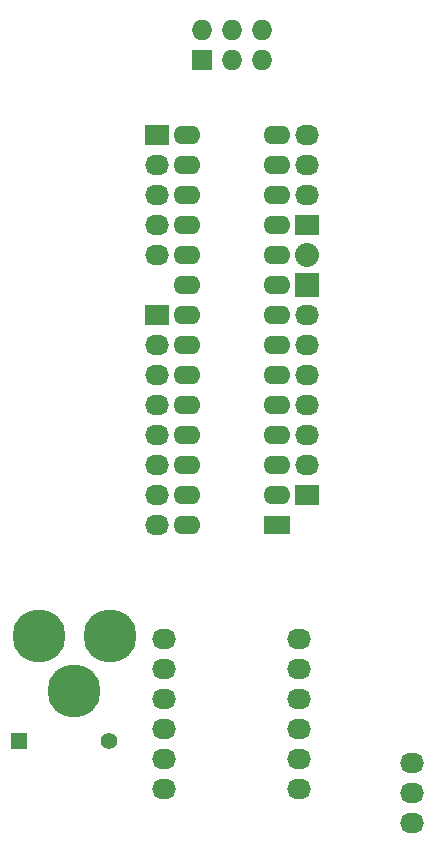
<source format=gbs>
G04 #@! TF.FileFunction,Soldermask,Bot*
%FSLAX46Y46*%
G04 Gerber Fmt 4.6, Leading zero omitted, Abs format (unit mm)*
G04 Created by KiCad (PCBNEW (2015-04-22 BZR 5620)-product) date 05/08/2015 09:39:25*
%MOMM*%
G01*
G04 APERTURE LIST*
%ADD10C,0.100000*%
%ADD11O,2.286000X1.574800*%
%ADD12R,2.286000X1.574800*%
%ADD13R,2.032000X1.727200*%
%ADD14O,2.032000X1.727200*%
%ADD15R,2.032000X2.032000*%
%ADD16O,2.032000X2.032000*%
%ADD17R,1.727200X1.727200*%
%ADD18O,1.727200X1.727200*%
%ADD19R,1.397000X1.397000*%
%ADD20C,1.397000*%
%ADD21C,4.500000*%
G04 APERTURE END LIST*
D10*
D11*
X212090000Y-91440000D03*
X212090000Y-88900000D03*
X212090000Y-86360000D03*
X212090000Y-83820000D03*
X212090000Y-81280000D03*
X212090000Y-78740000D03*
X212090000Y-76200000D03*
X212090000Y-73660000D03*
X212090000Y-71120000D03*
X212090000Y-68580000D03*
X212090000Y-66040000D03*
X212090000Y-63500000D03*
X212090000Y-60960000D03*
D12*
X212090000Y-93980000D03*
D11*
X204470000Y-60960000D03*
X204470000Y-63500000D03*
X204470000Y-66040000D03*
X204470000Y-68580000D03*
X204470000Y-71120000D03*
X204470000Y-73660000D03*
X204470000Y-76200000D03*
X204470000Y-78740000D03*
X204470000Y-81280000D03*
X204470000Y-83820000D03*
X204470000Y-86360000D03*
X204470000Y-88900000D03*
X204470000Y-91440000D03*
X204470000Y-93980000D03*
D13*
X214630000Y-91440000D03*
D14*
X214630000Y-88900000D03*
X214630000Y-86360000D03*
X214630000Y-83820000D03*
X214630000Y-81280000D03*
X214630000Y-78740000D03*
X214630000Y-76200000D03*
D13*
X201930000Y-76200000D03*
D14*
X201930000Y-78740000D03*
X201930000Y-81280000D03*
X201930000Y-83820000D03*
X201930000Y-86360000D03*
X201930000Y-88900000D03*
X201930000Y-91440000D03*
X201930000Y-93980000D03*
D15*
X214630000Y-73660000D03*
D16*
X214630000Y-71120000D03*
D13*
X201930000Y-60960000D03*
D14*
X201930000Y-63500000D03*
X201930000Y-66040000D03*
X201930000Y-68580000D03*
X201930000Y-71120000D03*
D13*
X214630000Y-68580000D03*
D14*
X214630000Y-66040000D03*
X214630000Y-63500000D03*
X214630000Y-60960000D03*
D17*
X205740000Y-54610000D03*
D18*
X205740000Y-52070000D03*
X208280000Y-54610000D03*
X208280000Y-52070000D03*
X210820000Y-54610000D03*
X210820000Y-52070000D03*
D14*
X202565000Y-103632000D03*
X202565000Y-106172000D03*
X202565000Y-108712000D03*
X202565000Y-111252000D03*
X202565000Y-113792000D03*
X202565000Y-116332000D03*
X213995000Y-103632000D03*
X213995000Y-106172000D03*
X213995000Y-108712000D03*
X213995000Y-111252000D03*
X213995000Y-113792000D03*
X213995000Y-116332000D03*
D19*
X190246000Y-112268000D03*
D20*
X197866000Y-112268000D03*
D21*
X197970140Y-103378000D03*
X191970660Y-103378000D03*
X194970400Y-108077000D03*
D14*
X223520000Y-119253000D03*
X223520000Y-116713000D03*
X223520000Y-114173000D03*
M02*

</source>
